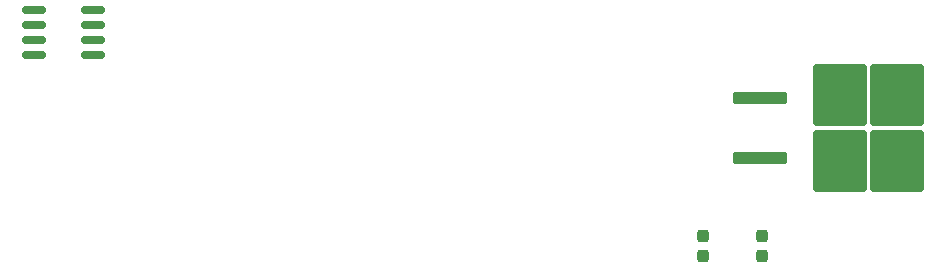
<source format=gbr>
%TF.GenerationSoftware,KiCad,Pcbnew,7.0.7*%
%TF.CreationDate,2024-03-03T00:58:18-08:00*%
%TF.ProjectId,arduino-due-shield,61726475-696e-46f2-9d64-75652d736869,rev?*%
%TF.SameCoordinates,Original*%
%TF.FileFunction,Paste,Top*%
%TF.FilePolarity,Positive*%
%FSLAX46Y46*%
G04 Gerber Fmt 4.6, Leading zero omitted, Abs format (unit mm)*
G04 Created by KiCad (PCBNEW 7.0.7) date 2024-03-03 00:58:18*
%MOMM*%
%LPD*%
G01*
G04 APERTURE LIST*
G04 Aperture macros list*
%AMRoundRect*
0 Rectangle with rounded corners*
0 $1 Rounding radius*
0 $2 $3 $4 $5 $6 $7 $8 $9 X,Y pos of 4 corners*
0 Add a 4 corners polygon primitive as box body*
4,1,4,$2,$3,$4,$5,$6,$7,$8,$9,$2,$3,0*
0 Add four circle primitives for the rounded corners*
1,1,$1+$1,$2,$3*
1,1,$1+$1,$4,$5*
1,1,$1+$1,$6,$7*
1,1,$1+$1,$8,$9*
0 Add four rect primitives between the rounded corners*
20,1,$1+$1,$2,$3,$4,$5,0*
20,1,$1+$1,$4,$5,$6,$7,0*
20,1,$1+$1,$6,$7,$8,$9,0*
20,1,$1+$1,$8,$9,$2,$3,0*%
G04 Aperture macros list end*
%ADD10RoundRect,0.237500X-0.237500X0.300000X-0.237500X-0.300000X0.237500X-0.300000X0.237500X0.300000X0*%
%ADD11RoundRect,0.150000X-0.825000X-0.150000X0.825000X-0.150000X0.825000X0.150000X-0.825000X0.150000X0*%
%ADD12RoundRect,0.250000X-2.050000X-0.300000X2.050000X-0.300000X2.050000X0.300000X-2.050000X0.300000X0*%
%ADD13RoundRect,0.250000X-2.025000X-2.375000X2.025000X-2.375000X2.025000X2.375000X-2.025000X2.375000X0*%
%ADD14RoundRect,0.237500X0.237500X-0.300000X0.237500X0.300000X-0.237500X0.300000X-0.237500X-0.300000X0*%
G04 APERTURE END LIST*
D10*
%TO.C,C2*%
X100000000Y-59137500D03*
X100000000Y-60862500D03*
%TD*%
D11*
%TO.C,U1*%
X43346600Y-40005000D03*
X43346600Y-41275000D03*
X43346600Y-42545000D03*
X43346600Y-43815000D03*
X48296600Y-43815000D03*
X48296600Y-42545000D03*
X48296600Y-41275000D03*
X48296600Y-40005000D03*
%TD*%
D12*
%TO.C,U2*%
X104850000Y-47460000D03*
D13*
X111575000Y-47225000D03*
X111575000Y-52775000D03*
X116425000Y-47225000D03*
X116425000Y-52775000D03*
D12*
X104850000Y-52540000D03*
%TD*%
D14*
%TO.C,C1*%
X105000000Y-60862500D03*
X105000000Y-59137500D03*
%TD*%
M02*

</source>
